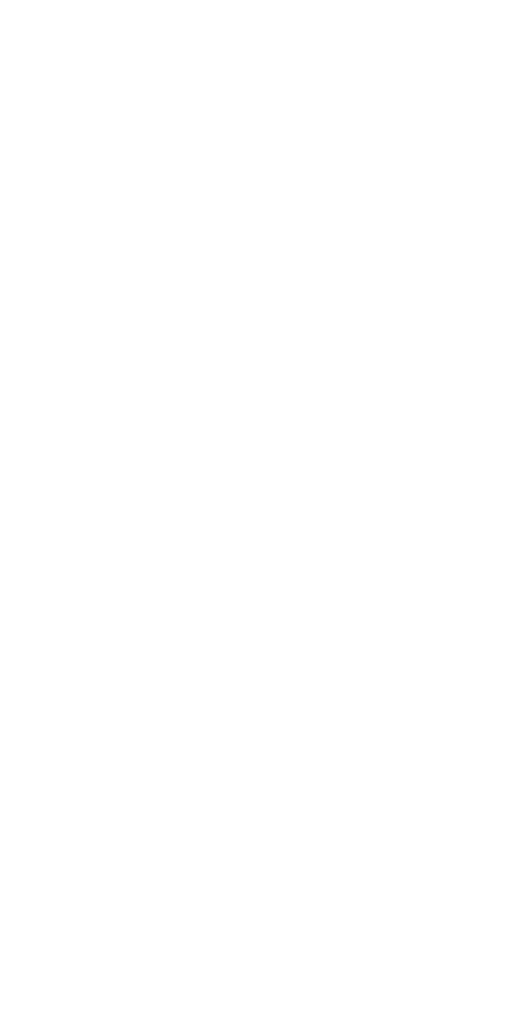
<source format=kicad_pcb>
(kicad_pcb
	(version 20241229)
	(generator "pcbnew")
	(generator_version "9.0")
	(general
		(thickness 1.6)
		(legacy_teardrops no)
	)
	(paper "A4")
	(layers
		(0 "F.Cu" signal)
		(2 "B.Cu" signal)
		(9 "F.Adhes" user "F.Adhesive")
		(11 "B.Adhes" user "B.Adhesive")
		(13 "F.Paste" user)
		(15 "B.Paste" user)
		(5 "F.SilkS" user "F.Silkscreen")
		(7 "B.SilkS" user "B.Silkscreen")
		(1 "F.Mask" user)
		(3 "B.Mask" user)
		(17 "Dwgs.User" user "User.Drawings")
		(19 "Cmts.User" user "User.Comments")
		(21 "Eco1.User" user "User.Eco1")
		(23 "Eco2.User" user "User.Eco2")
		(25 "Edge.Cuts" user)
		(27 "Margin" user)
		(31 "F.CrtYd" user "F.Courtyard")
		(29 "B.CrtYd" user "B.Courtyard")
		(35 "F.Fab" user)
		(33 "B.Fab" user)
		(39 "User.1" user)
		(41 "User.2" user)
		(43 "User.3" user)
		(45 "User.4" user)
	)
	(setup
		(pad_to_mask_clearance 0)
		(allow_soldermask_bridges_in_footprints no)
		(tenting front back)
		(pcbplotparams
			(layerselection 0x00000000_00000000_55555555_5755f5ff)
			(plot_on_all_layers_selection 0x00000000_00000000_00000000_00000000)
			(disableapertmacros no)
			(usegerberextensions no)
			(usegerberattributes yes)
			(usegerberadvancedattributes yes)
			(creategerberjobfile yes)
			(dashed_line_dash_ratio 12.000000)
			(dashed_line_gap_ratio 3.000000)
			(svgprecision 4)
			(plotframeref no)
			(mode 1)
			(useauxorigin no)
			(hpglpennumber 1)
			(hpglpenspeed 20)
			(hpglpendiameter 15.000000)
			(pdf_front_fp_property_popups yes)
			(pdf_back_fp_property_popups yes)
			(pdf_metadata yes)
			(pdf_single_document no)
			(dxfpolygonmode yes)
			(dxfimperialunits yes)
			(dxfusepcbnewfont yes)
			(psnegative no)
			(psa4output no)
			(plot_black_and_white yes)
			(sketchpadsonfab no)
			(plotpadnumbers no)
			(hidednponfab no)
			(sketchdnponfab yes)
			(crossoutdnponfab yes)
			(subtractmaskfromsilk no)
			(outputformat 1)
			(mirror no)
			(drillshape 1)
			(scaleselection 1)
			(outputdirectory "")
		)
	)
	(net 0 "")
	(gr_rect
		(start 100 54)
		(end 145.5 150)
		(stroke
			(width 0.05)
			(type solid)
		)
		(fill no)
		(layer "User.1")
		(uuid "e7b45bb2-35dc-4fef-b7a6-cd5fbeb2cee9")
	)
	(dimension
		(type orthogonal)
		(layer "User.1")
		(uuid "304f2af6-c48a-4d09-9874-a225aa208bd4")
		(pts
			(xy 100 150) (xy 145.5 150)
		)
		(height 5)
		(orientation 0)
		(format
			(prefix "")
			(suffix "")
			(units 3)
			(units_format 0)
			(precision 4)
			(suppress_zeroes yes)
		)
		(style
			(thickness 0.1)
			(arrow_length 1.27)
			(text_position_mode 0)
			(arrow_direction outward)
			(extension_height 0.58642)
			(extension_offset 0.5)
			(keep_text_aligned yes)
		)
		(gr_text "45,5"
			(at 122.75 153.85 0)
			(layer "User.1")
			(uuid "304f2af6-c48a-4d09-9874-a225aa208bd4")
			(effects
				(font
					(size 1 1)
					(thickness 0.15)
				)
			)
		)
	)
	(dimension
		(type orthogonal)
		(layer "User.1")
		(uuid "93baafd8-bc52-462b-b12e-3328b098c324")
		(pts
			(xy 145.5 54) (xy 145.5 150)
		)
		(height 5.5)
		(orientation 1)
		(format
			(prefix "")
			(suffix "")
			(units 3)
			(units_format 0)
			(precision 4)
			(suppress_zeroes yes)
		)
		(style
			(thickness 0.1)
			(arrow_length 1.27)
			(text_position_mode 0)
			(arrow_direction outward)
			(extension_height 0.58642)
			(extension_offset 0.5)
			(keep_text_aligned yes)
		)
		(gr_text "96"
			(at 149.85 102 90)
			(layer "User.1")
			(uuid "93baafd8-bc52-462b-b12e-3328b098c324")
			(effects
				(font
					(size 1 1)
					(thickness 0.15)
				)
			)
		)
	)
	(embedded_fonts no)
)

</source>
